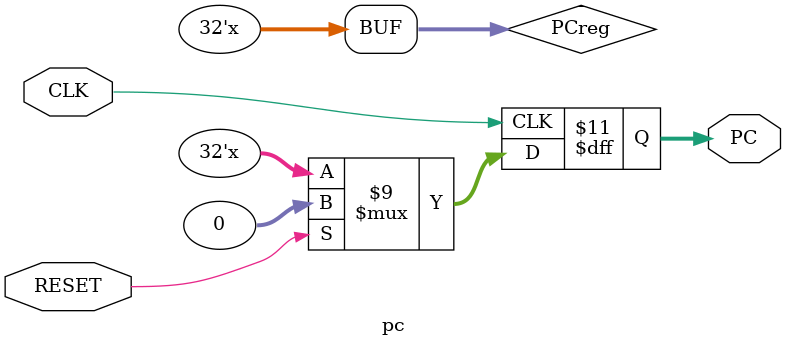
<source format=v>

module pc(CLK, RESET, PC);

    // port declaration
    input CLK, RESET;
    output reg [31:0] PC;

    reg [31:0] PCreg;
    // Internal signals
    // wire [2:0] READREG1, READREG2, WRITEREG, ALUOP;
    always @(posedge CLK) 
    begin
        if (RESET == 1'b1)             // if reset change the value of pc to 0
            begin
                #1                     
                PC = 0;
                PCreg = 0;
            end
        else                          // else assign he pcreg address to the pc
            begin
                #1 PC = PCreg;
            end
    end

    always @(PC)                       //when change the pc
    begin
        #1 PCreg = PCreg + 4;          // update program counter by 4 bytes
    end

endmodule
</source>
